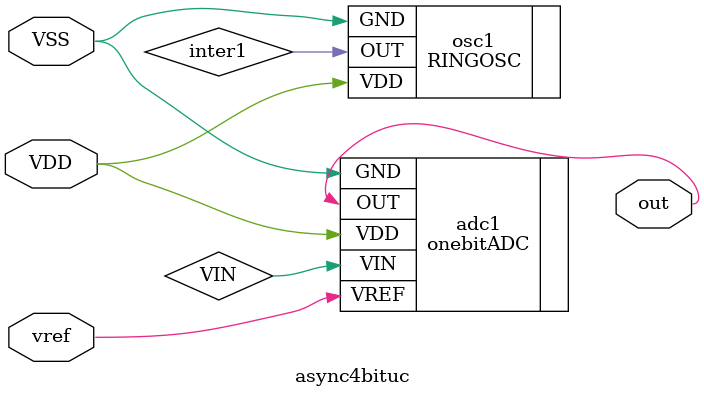
<source format=v>
module async4bituc (VDD,
    VSS,
    out,
    vref);
 input VDD;
 input VSS;
 output out;
 input vref;

 wire inter1;

 onebitADC adc1 (.VIN(VIN),
    .GND(VSS),
    .OUT(out),
    .VDD(VDD),
    .VREF(vref));
 RINGOSC osc1 (.VDD(VDD),
    .OUT(inter1),
    .GND(VSS));
 sky130_fd_sc_hd__decap_4 PHY_0 ();
 sky130_fd_sc_hd__decap_4 PHY_1 ();
 sky130_fd_sc_hd__decap_4 PHY_2 ();
 sky130_fd_sc_hd__decap_4 PHY_3 ();
 sky130_fd_sc_hd__decap_4 PHY_4 ();
 sky130_fd_sc_hd__decap_4 PHY_5 ();
 sky130_fd_sc_hd__decap_4 PHY_6 ();
 sky130_fd_sc_hd__decap_4 PHY_7 ();
 sky130_fd_sc_hd__decap_4 PHY_8 ();
 sky130_fd_sc_hd__decap_4 PHY_9 ();
 sky130_fd_sc_hd__decap_4 PHY_10 ();
 sky130_fd_sc_hd__decap_4 PHY_11 ();
 sky130_fd_sc_hd__decap_4 PHY_12 ();
 sky130_fd_sc_hd__decap_4 PHY_13 ();
 sky130_fd_sc_hd__decap_4 PHY_14 ();
 sky130_fd_sc_hd__decap_4 PHY_15 ();
 sky130_fd_sc_hd__decap_4 PHY_16 ();
 sky130_fd_sc_hd__decap_4 PHY_17 ();
 sky130_fd_sc_hd__decap_4 PHY_18 ();
 sky130_fd_sc_hd__decap_4 PHY_19 ();
 sky130_fd_sc_hd__decap_4 PHY_20 ();
 sky130_fd_sc_hd__decap_4 PHY_21 ();
 sky130_fd_sc_hd__decap_4 PHY_22 ();
 sky130_fd_sc_hd__decap_4 PHY_23 ();
 sky130_fd_sc_hd__decap_4 PHY_24 ();
 sky130_fd_sc_hd__decap_4 PHY_25 ();
 sky130_fd_sc_hd__decap_4 PHY_26 ();
 sky130_fd_sc_hd__decap_4 PHY_27 ();
 sky130_fd_sc_hd__decap_4 PHY_28 ();
 sky130_fd_sc_hd__decap_4 PHY_29 ();
 sky130_fd_sc_hd__decap_4 PHY_30 ();
 sky130_fd_sc_hd__decap_4 PHY_31 ();
 sky130_fd_sc_hd__decap_4 PHY_32 ();
 sky130_fd_sc_hd__decap_4 PHY_33 ();
 sky130_fd_sc_hd__decap_4 PHY_34 ();
 sky130_fd_sc_hd__decap_4 PHY_35 ();
 sky130_fd_sc_hd__decap_4 PHY_36 ();
 sky130_fd_sc_hd__decap_4 PHY_37 ();
 sky130_fd_sc_hd__decap_4 PHY_38 ();
 sky130_fd_sc_hd__decap_4 PHY_39 ();
 sky130_fd_sc_hd__decap_4 PHY_40 ();
 sky130_fd_sc_hd__decap_4 PHY_41 ();
 sky130_fd_sc_hd__decap_4 PHY_42 ();
 sky130_fd_sc_hd__decap_4 PHY_43 ();
 sky130_fd_sc_hd__decap_4 PHY_44 ();
 sky130_fd_sc_hd__decap_4 PHY_45 ();
 sky130_fd_sc_hd__decap_4 PHY_46 ();
 sky130_fd_sc_hd__decap_4 PHY_47 ();
 sky130_fd_sc_hd__decap_4 PHY_48 ();
 sky130_fd_sc_hd__decap_4 PHY_49 ();
 sky130_fd_sc_hd__decap_4 PHY_50 ();
 sky130_fd_sc_hd__decap_4 PHY_51 ();
 sky130_fd_sc_hd__decap_4 PHY_52 ();
 sky130_fd_sc_hd__decap_4 PHY_53 ();
 sky130_fd_sc_hd__decap_4 PHY_54 ();
 sky130_fd_sc_hd__decap_4 PHY_55 ();
 sky130_fd_sc_hd__decap_4 PHY_56 ();
 sky130_fd_sc_hd__decap_4 PHY_57 ();
 sky130_fd_sc_hd__decap_4 PHY_58 ();
 sky130_fd_sc_hd__decap_4 PHY_59 ();
 sky130_fd_sc_hd__decap_4 PHY_60 ();
 sky130_fd_sc_hd__decap_4 PHY_61 ();
 sky130_fd_sc_hd__decap_4 PHY_62 ();
 sky130_fd_sc_hd__decap_4 PHY_63 ();
 sky130_fd_sc_hd__decap_4 PHY_64 ();
 sky130_fd_sc_hd__decap_4 PHY_65 ();
 sky130_fd_sc_hd__decap_4 PHY_66 ();
 sky130_fd_sc_hd__decap_4 PHY_67 ();
 sky130_fd_sc_hd__decap_4 PHY_68 ();
 sky130_fd_sc_hd__decap_4 PHY_69 ();
 sky130_fd_sc_hd__decap_4 PHY_70 ();
 sky130_fd_sc_hd__decap_4 PHY_71 ();
 sky130_fd_sc_hd__decap_4 PHY_72 ();
 sky130_fd_sc_hd__decap_4 PHY_73 ();
 sky130_fd_sc_hd__decap_4 PHY_74 ();
 sky130_fd_sc_hd__decap_4 PHY_75 ();
 sky130_fd_sc_hd__decap_4 PHY_76 ();
 sky130_fd_sc_hd__decap_4 PHY_77 ();
 sky130_fd_sc_hd__decap_4 PHY_78 ();
 sky130_fd_sc_hd__decap_4 PHY_79 ();
 sky130_fd_sc_hd__decap_4 PHY_80 ();
 sky130_fd_sc_hd__decap_4 PHY_81 ();
 sky130_fd_sc_hd__decap_4 PHY_82 ();
 sky130_fd_sc_hd__decap_4 PHY_83 ();
 sky130_fd_sc_hd__decap_4 PHY_84 ();
 sky130_fd_sc_hd__decap_4 PHY_85 ();
 sky130_fd_sc_hd__decap_4 PHY_86 ();
 sky130_fd_sc_hd__decap_4 PHY_87 ();
 sky130_fd_sc_hd__decap_4 PHY_88 ();
 sky130_fd_sc_hd__decap_4 PHY_89 ();
 sky130_fd_sc_hd__decap_4 PHY_90 ();
 sky130_fd_sc_hd__decap_4 PHY_91 ();
 sky130_fd_sc_hd__decap_4 PHY_92 ();
 sky130_fd_sc_hd__decap_4 PHY_93 ();
 sky130_fd_sc_hd__decap_4 PHY_94 ();
 sky130_fd_sc_hd__decap_4 PHY_95 ();
 sky130_fd_sc_hd__decap_4 PHY_96 ();
 sky130_fd_sc_hd__decap_4 PHY_97 ();
 sky130_fd_sc_hd__decap_4 PHY_98 ();
 sky130_fd_sc_hd__decap_4 PHY_99 ();
 sky130_fd_sc_hd__decap_4 PHY_100 ();
 sky130_fd_sc_hd__decap_4 PHY_101 ();
 sky130_fd_sc_hd__tapvpwrvgnd_1 TAP_102 ();
 sky130_fd_sc_hd__tapvpwrvgnd_1 TAP_103 ();
 sky130_fd_sc_hd__tapvpwrvgnd_1 TAP_104 ();
 sky130_fd_sc_hd__tapvpwrvgnd_1 TAP_105 ();
 sky130_fd_sc_hd__tapvpwrvgnd_1 TAP_106 ();
 sky130_fd_sc_hd__tapvpwrvgnd_1 TAP_107 ();
 sky130_fd_sc_hd__tapvpwrvgnd_1 TAP_108 ();
 sky130_fd_sc_hd__tapvpwrvgnd_1 TAP_109 ();
 sky130_fd_sc_hd__tapvpwrvgnd_1 TAP_110 ();
 sky130_fd_sc_hd__tapvpwrvgnd_1 TAP_111 ();
 sky130_fd_sc_hd__tapvpwrvgnd_1 TAP_112 ();
 sky130_fd_sc_hd__tapvpwrvgnd_1 TAP_113 ();
 sky130_fd_sc_hd__tapvpwrvgnd_1 TAP_114 ();
 sky130_fd_sc_hd__tapvpwrvgnd_1 TAP_115 ();
 sky130_fd_sc_hd__tapvpwrvgnd_1 TAP_116 ();
 sky130_fd_sc_hd__tapvpwrvgnd_1 TAP_117 ();
 sky130_fd_sc_hd__tapvpwrvgnd_1 TAP_118 ();
 sky130_fd_sc_hd__tapvpwrvgnd_1 TAP_119 ();
 sky130_fd_sc_hd__tapvpwrvgnd_1 TAP_120 ();
 sky130_fd_sc_hd__tapvpwrvgnd_1 TAP_121 ();
 sky130_fd_sc_hd__tapvpwrvgnd_1 TAP_122 ();
 sky130_fd_sc_hd__tapvpwrvgnd_1 TAP_123 ();
 sky130_fd_sc_hd__tapvpwrvgnd_1 TAP_124 ();
 sky130_fd_sc_hd__tapvpwrvgnd_1 TAP_125 ();
 sky130_fd_sc_hd__tapvpwrvgnd_1 TAP_126 ();
 sky130_fd_sc_hd__tapvpwrvgnd_1 TAP_127 ();
 sky130_fd_sc_hd__tapvpwrvgnd_1 TAP_128 ();
 sky130_fd_sc_hd__tapvpwrvgnd_1 TAP_129 ();
 sky130_fd_sc_hd__tapvpwrvgnd_1 TAP_130 ();
 sky130_fd_sc_hd__tapvpwrvgnd_1 TAP_131 ();
 sky130_fd_sc_hd__tapvpwrvgnd_1 TAP_132 ();
 sky130_fd_sc_hd__tapvpwrvgnd_1 TAP_133 ();
 sky130_fd_sc_hd__tapvpwrvgnd_1 TAP_134 ();
 sky130_fd_sc_hd__tapvpwrvgnd_1 TAP_135 ();
 sky130_fd_sc_hd__tapvpwrvgnd_1 TAP_136 ();
 sky130_fd_sc_hd__tapvpwrvgnd_1 TAP_137 ();
 sky130_fd_sc_hd__tapvpwrvgnd_1 TAP_138 ();
 sky130_fd_sc_hd__tapvpwrvgnd_1 TAP_139 ();
 sky130_fd_sc_hd__tapvpwrvgnd_1 TAP_140 ();
 sky130_fd_sc_hd__tapvpwrvgnd_1 TAP_141 ();
 sky130_fd_sc_hd__tapvpwrvgnd_1 TAP_142 ();
 sky130_fd_sc_hd__tapvpwrvgnd_1 TAP_143 ();
 sky130_fd_sc_hd__tapvpwrvgnd_1 TAP_144 ();
 sky130_fd_sc_hd__tapvpwrvgnd_1 TAP_145 ();
 sky130_fd_sc_hd__tapvpwrvgnd_1 TAP_146 ();
 sky130_fd_sc_hd__tapvpwrvgnd_1 TAP_147 ();
 sky130_fd_sc_hd__tapvpwrvgnd_1 TAP_148 ();
 sky130_fd_sc_hd__tapvpwrvgnd_1 TAP_149 ();
 sky130_fd_sc_hd__tapvpwrvgnd_1 TAP_150 ();
 sky130_fd_sc_hd__tapvpwrvgnd_1 TAP_151 ();
 sky130_fd_sc_hd__tapvpwrvgnd_1 TAP_152 ();
 sky130_fd_sc_hd__tapvpwrvgnd_1 TAP_153 ();
 sky130_fd_sc_hd__tapvpwrvgnd_1 TAP_154 ();
 sky130_fd_sc_hd__tapvpwrvgnd_1 TAP_155 ();
 sky130_fd_sc_hd__tapvpwrvgnd_1 TAP_156 ();
 sky130_fd_sc_hd__tapvpwrvgnd_1 TAP_157 ();
 sky130_fd_sc_hd__tapvpwrvgnd_1 TAP_158 ();
 sky130_fd_sc_hd__tapvpwrvgnd_1 TAP_159 ();
 sky130_fd_sc_hd__tapvpwrvgnd_1 TAP_160 ();
 sky130_fd_sc_hd__tapvpwrvgnd_1 TAP_161 ();
 sky130_fd_sc_hd__tapvpwrvgnd_1 TAP_162 ();
 sky130_fd_sc_hd__tapvpwrvgnd_1 TAP_163 ();
 sky130_fd_sc_hd__tapvpwrvgnd_1 TAP_164 ();
 sky130_fd_sc_hd__fill_8 FILLER_0_4 ();
 sky130_fd_sc_hd__fill_8 FILLER_0_12 ();
 sky130_fd_sc_hd__fill_8 FILLER_0_20 ();
 sky130_fd_sc_hd__fill_2 FILLER_0_28 ();
 sky130_fd_sc_hd__fill_8 FILLER_0_31 ();
 sky130_fd_sc_hd__fill_8 FILLER_0_39 ();
 sky130_fd_sc_hd__fill_8 FILLER_0_47 ();
 sky130_fd_sc_hd__fill_4 FILLER_0_55 ();
 sky130_fd_sc_hd__fill_1 FILLER_0_59 ();
 sky130_fd_sc_hd__fill_8 FILLER_0_61 ();
 sky130_fd_sc_hd__fill_8 FILLER_0_69 ();
 sky130_fd_sc_hd__fill_8 FILLER_0_77 ();
 sky130_fd_sc_hd__fill_4 FILLER_0_85 ();
 sky130_fd_sc_hd__fill_1 FILLER_0_89 ();
 sky130_fd_sc_hd__fill_8 FILLER_0_91 ();
 sky130_fd_sc_hd__fill_8 FILLER_0_99 ();
 sky130_fd_sc_hd__fill_8 FILLER_0_107 ();
 sky130_fd_sc_hd__fill_4 FILLER_0_115 ();
 sky130_fd_sc_hd__fill_1 FILLER_0_119 ();
 sky130_fd_sc_hd__fill_8 FILLER_0_121 ();
 sky130_fd_sc_hd__fill_8 FILLER_0_129 ();
 sky130_fd_sc_hd__fill_8 FILLER_0_137 ();
 sky130_fd_sc_hd__fill_4 FILLER_0_145 ();
 sky130_fd_sc_hd__fill_1 FILLER_0_149 ();
 sky130_fd_sc_hd__fill_8 FILLER_0_151 ();
 sky130_fd_sc_hd__fill_8 FILLER_0_159 ();
 sky130_fd_sc_hd__fill_2 FILLER_0_167 ();
 sky130_fd_sc_hd__fill_8 FILLER_1_4 ();
 sky130_fd_sc_hd__fill_8 FILLER_1_12 ();
 sky130_fd_sc_hd__fill_8 FILLER_1_20 ();
 sky130_fd_sc_hd__fill_8 FILLER_1_28 ();
 sky130_fd_sc_hd__fill_8 FILLER_1_36 ();
 sky130_fd_sc_hd__fill_8 FILLER_1_44 ();
 sky130_fd_sc_hd__fill_8 FILLER_1_52 ();
 sky130_fd_sc_hd__fill_8 FILLER_1_61 ();
 sky130_fd_sc_hd__fill_8 FILLER_1_69 ();
 sky130_fd_sc_hd__fill_8 FILLER_1_77 ();
 sky130_fd_sc_hd__fill_8 FILLER_1_85 ();
 sky130_fd_sc_hd__fill_8 FILLER_1_93 ();
 sky130_fd_sc_hd__fill_8 FILLER_1_101 ();
 sky130_fd_sc_hd__fill_8 FILLER_1_109 ();
 sky130_fd_sc_hd__fill_2 FILLER_1_117 ();
 sky130_fd_sc_hd__fill_1 FILLER_1_119 ();
 sky130_fd_sc_hd__fill_8 FILLER_1_121 ();
 sky130_fd_sc_hd__fill_8 FILLER_1_129 ();
 sky130_fd_sc_hd__fill_8 FILLER_1_137 ();
 sky130_fd_sc_hd__fill_8 FILLER_1_145 ();
 sky130_fd_sc_hd__fill_8 FILLER_1_153 ();
 sky130_fd_sc_hd__fill_8 FILLER_1_161 ();
 sky130_fd_sc_hd__fill_8 FILLER_2_4 ();
 sky130_fd_sc_hd__fill_8 FILLER_2_12 ();
 sky130_fd_sc_hd__fill_8 FILLER_2_20 ();
 sky130_fd_sc_hd__fill_2 FILLER_2_28 ();
 sky130_fd_sc_hd__fill_8 FILLER_2_31 ();
 sky130_fd_sc_hd__fill_8 FILLER_2_39 ();
 sky130_fd_sc_hd__fill_8 FILLER_2_47 ();
 sky130_fd_sc_hd__fill_8 FILLER_2_55 ();
 sky130_fd_sc_hd__fill_8 FILLER_2_63 ();
 sky130_fd_sc_hd__fill_8 FILLER_2_71 ();
 sky130_fd_sc_hd__fill_8 FILLER_2_79 ();
 sky130_fd_sc_hd__fill_2 FILLER_2_87 ();
 sky130_fd_sc_hd__fill_1 FILLER_2_89 ();
 sky130_fd_sc_hd__fill_8 FILLER_2_91 ();
 sky130_fd_sc_hd__fill_8 FILLER_2_99 ();
 sky130_fd_sc_hd__fill_8 FILLER_2_107 ();
 sky130_fd_sc_hd__fill_8 FILLER_2_115 ();
 sky130_fd_sc_hd__fill_8 FILLER_2_123 ();
 sky130_fd_sc_hd__fill_8 FILLER_2_131 ();
 sky130_fd_sc_hd__fill_8 FILLER_2_139 ();
 sky130_fd_sc_hd__fill_2 FILLER_2_147 ();
 sky130_fd_sc_hd__fill_1 FILLER_2_149 ();
 sky130_fd_sc_hd__fill_8 FILLER_2_151 ();
 sky130_fd_sc_hd__fill_8 FILLER_2_159 ();
 sky130_fd_sc_hd__fill_2 FILLER_2_167 ();
 sky130_fd_sc_hd__fill_8 FILLER_3_4 ();
 sky130_fd_sc_hd__fill_8 FILLER_3_12 ();
 sky130_fd_sc_hd__fill_8 FILLER_3_20 ();
 sky130_fd_sc_hd__fill_2 FILLER_3_28 ();
 sky130_fd_sc_hd__fill_8 FILLER_3_31 ();
 sky130_fd_sc_hd__fill_8 FILLER_3_39 ();
 sky130_fd_sc_hd__fill_8 FILLER_3_47 ();
 sky130_fd_sc_hd__fill_4 FILLER_3_55 ();
 sky130_fd_sc_hd__fill_1 FILLER_3_59 ();
 sky130_fd_sc_hd__fill_8 FILLER_3_61 ();
 sky130_fd_sc_hd__fill_8 FILLER_3_69 ();
 sky130_fd_sc_hd__fill_8 FILLER_3_77 ();
 sky130_fd_sc_hd__fill_4 FILLER_3_85 ();
 sky130_fd_sc_hd__fill_1 FILLER_3_89 ();
 sky130_fd_sc_hd__fill_8 FILLER_3_91 ();
 sky130_fd_sc_hd__fill_8 FILLER_3_99 ();
 sky130_fd_sc_hd__fill_8 FILLER_3_107 ();
 sky130_fd_sc_hd__fill_4 FILLER_3_115 ();
 sky130_fd_sc_hd__fill_1 FILLER_3_119 ();
 sky130_fd_sc_hd__fill_8 FILLER_3_121 ();
 sky130_fd_sc_hd__fill_8 FILLER_3_129 ();
 sky130_fd_sc_hd__fill_8 FILLER_3_137 ();
 sky130_fd_sc_hd__fill_4 FILLER_3_145 ();
 sky130_fd_sc_hd__fill_1 FILLER_3_149 ();
 sky130_fd_sc_hd__fill_8 FILLER_3_151 ();
 sky130_fd_sc_hd__fill_8 FILLER_3_159 ();
 sky130_fd_sc_hd__fill_2 FILLER_3_167 ();
 sky130_fd_sc_hd__fill_8 FILLER_4_4 ();
 sky130_fd_sc_hd__fill_8 FILLER_4_12 ();
 sky130_fd_sc_hd__fill_8 FILLER_4_20 ();
 sky130_fd_sc_hd__fill_2 FILLER_4_28 ();
 sky130_fd_sc_hd__fill_2 FILLER_4_31 ();
 sky130_fd_sc_hd__fill_1 FILLER_4_33 ();
 sky130_fd_sc_hd__fill_8 FILLER_4_97 ();
 sky130_fd_sc_hd__fill_8 FILLER_4_105 ();
 sky130_fd_sc_hd__fill_8 FILLER_4_113 ();
 sky130_fd_sc_hd__fill_2 FILLER_4_121 ();
 sky130_fd_sc_hd__fill_8 FILLER_4_124 ();
 sky130_fd_sc_hd__fill_8 FILLER_4_132 ();
 sky130_fd_sc_hd__fill_8 FILLER_4_140 ();
 sky130_fd_sc_hd__fill_8 FILLER_4_148 ();
 sky130_fd_sc_hd__fill_8 FILLER_4_156 ();
 sky130_fd_sc_hd__fill_4 FILLER_4_164 ();
 sky130_fd_sc_hd__fill_1 FILLER_4_168 ();
 sky130_fd_sc_hd__fill_8 FILLER_5_4 ();
 sky130_fd_sc_hd__fill_8 FILLER_5_12 ();
 sky130_fd_sc_hd__fill_8 FILLER_5_20 ();
 sky130_fd_sc_hd__fill_4 FILLER_5_28 ();
 sky130_fd_sc_hd__fill_2 FILLER_5_32 ();
 sky130_fd_sc_hd__fill_8 FILLER_5_97 ();
 sky130_fd_sc_hd__fill_8 FILLER_5_105 ();
 sky130_fd_sc_hd__fill_8 FILLER_5_113 ();
 sky130_fd_sc_hd__fill_8 FILLER_5_121 ();
 sky130_fd_sc_hd__fill_8 FILLER_5_129 ();
 sky130_fd_sc_hd__fill_8 FILLER_5_137 ();
 sky130_fd_sc_hd__fill_8 FILLER_5_145 ();
 sky130_fd_sc_hd__fill_8 FILLER_5_154 ();
 sky130_fd_sc_hd__fill_4 FILLER_5_162 ();
 sky130_fd_sc_hd__fill_2 FILLER_5_166 ();
 sky130_fd_sc_hd__fill_1 FILLER_5_168 ();
 sky130_fd_sc_hd__fill_8 FILLER_6_4 ();
 sky130_fd_sc_hd__fill_8 FILLER_6_12 ();
 sky130_fd_sc_hd__fill_8 FILLER_6_20 ();
 sky130_fd_sc_hd__fill_2 FILLER_6_28 ();
 sky130_fd_sc_hd__fill_2 FILLER_6_31 ();
 sky130_fd_sc_hd__fill_1 FILLER_6_33 ();
 sky130_fd_sc_hd__fill_8 FILLER_6_97 ();
 sky130_fd_sc_hd__fill_8 FILLER_6_105 ();
 sky130_fd_sc_hd__fill_8 FILLER_6_113 ();
 sky130_fd_sc_hd__fill_2 FILLER_6_121 ();
 sky130_fd_sc_hd__fill_8 FILLER_6_124 ();
 sky130_fd_sc_hd__fill_8 FILLER_6_132 ();
 sky130_fd_sc_hd__fill_8 FILLER_6_140 ();
 sky130_fd_sc_hd__fill_8 FILLER_6_148 ();
 sky130_fd_sc_hd__fill_8 FILLER_6_156 ();
 sky130_fd_sc_hd__fill_4 FILLER_6_164 ();
 sky130_fd_sc_hd__fill_1 FILLER_6_168 ();
 sky130_fd_sc_hd__fill_8 FILLER_7_4 ();
 sky130_fd_sc_hd__fill_8 FILLER_7_12 ();
 sky130_fd_sc_hd__fill_8 FILLER_7_20 ();
 sky130_fd_sc_hd__fill_4 FILLER_7_28 ();
 sky130_fd_sc_hd__fill_2 FILLER_7_32 ();
 sky130_fd_sc_hd__fill_8 FILLER_7_97 ();
 sky130_fd_sc_hd__fill_8 FILLER_7_105 ();
 sky130_fd_sc_hd__fill_8 FILLER_7_113 ();
 sky130_fd_sc_hd__fill_8 FILLER_7_121 ();
 sky130_fd_sc_hd__fill_8 FILLER_7_129 ();
 sky130_fd_sc_hd__fill_8 FILLER_7_137 ();
 sky130_fd_sc_hd__fill_8 FILLER_7_145 ();
 sky130_fd_sc_hd__fill_8 FILLER_7_154 ();
 sky130_fd_sc_hd__fill_4 FILLER_7_162 ();
 sky130_fd_sc_hd__fill_2 FILLER_7_166 ();
 sky130_fd_sc_hd__fill_1 FILLER_7_168 ();
 sky130_fd_sc_hd__fill_8 FILLER_8_4 ();
 sky130_fd_sc_hd__fill_8 FILLER_8_12 ();
 sky130_fd_sc_hd__fill_8 FILLER_8_20 ();
 sky130_fd_sc_hd__fill_2 FILLER_8_28 ();
 sky130_fd_sc_hd__fill_2 FILLER_8_31 ();
 sky130_fd_sc_hd__fill_1 FILLER_8_33 ();
 sky130_fd_sc_hd__fill_8 FILLER_8_97 ();
 sky130_fd_sc_hd__fill_8 FILLER_8_105 ();
 sky130_fd_sc_hd__fill_8 FILLER_8_113 ();
 sky130_fd_sc_hd__fill_2 FILLER_8_121 ();
 sky130_fd_sc_hd__fill_8 FILLER_8_124 ();
 sky130_fd_sc_hd__fill_8 FILLER_8_132 ();
 sky130_fd_sc_hd__fill_8 FILLER_8_140 ();
 sky130_fd_sc_hd__fill_8 FILLER_8_148 ();
 sky130_fd_sc_hd__fill_8 FILLER_8_156 ();
 sky130_fd_sc_hd__fill_4 FILLER_8_164 ();
 sky130_fd_sc_hd__fill_1 FILLER_8_168 ();
 sky130_fd_sc_hd__fill_8 FILLER_9_4 ();
 sky130_fd_sc_hd__fill_8 FILLER_9_12 ();
 sky130_fd_sc_hd__fill_8 FILLER_9_20 ();
 sky130_fd_sc_hd__fill_4 FILLER_9_28 ();
 sky130_fd_sc_hd__fill_2 FILLER_9_32 ();
 sky130_fd_sc_hd__fill_8 FILLER_9_97 ();
 sky130_fd_sc_hd__fill_8 FILLER_9_105 ();
 sky130_fd_sc_hd__fill_8 FILLER_9_113 ();
 sky130_fd_sc_hd__fill_8 FILLER_9_121 ();
 sky130_fd_sc_hd__fill_8 FILLER_9_129 ();
 sky130_fd_sc_hd__fill_8 FILLER_9_137 ();
 sky130_fd_sc_hd__fill_8 FILLER_9_145 ();
 sky130_fd_sc_hd__fill_8 FILLER_9_154 ();
 sky130_fd_sc_hd__fill_4 FILLER_9_162 ();
 sky130_fd_sc_hd__fill_2 FILLER_9_166 ();
 sky130_fd_sc_hd__fill_1 FILLER_9_168 ();
 sky130_fd_sc_hd__fill_8 FILLER_10_4 ();
 sky130_fd_sc_hd__fill_8 FILLER_10_12 ();
 sky130_fd_sc_hd__fill_8 FILLER_10_20 ();
 sky130_fd_sc_hd__fill_2 FILLER_10_28 ();
 sky130_fd_sc_hd__fill_2 FILLER_10_31 ();
 sky130_fd_sc_hd__fill_1 FILLER_10_33 ();
 sky130_fd_sc_hd__fill_8 FILLER_10_97 ();
 sky130_fd_sc_hd__fill_8 FILLER_10_105 ();
 sky130_fd_sc_hd__fill_8 FILLER_10_113 ();
 sky130_fd_sc_hd__fill_2 FILLER_10_121 ();
 sky130_fd_sc_hd__fill_8 FILLER_10_124 ();
 sky130_fd_sc_hd__fill_8 FILLER_10_132 ();
 sky130_fd_sc_hd__fill_8 FILLER_10_140 ();
 sky130_fd_sc_hd__fill_4 FILLER_10_148 ();
 sky130_fd_sc_hd__fill_1 FILLER_10_152 ();
 sky130_fd_sc_hd__fill_8 FILLER_10_154 ();
 sky130_fd_sc_hd__fill_4 FILLER_10_162 ();
 sky130_fd_sc_hd__fill_2 FILLER_10_166 ();
 sky130_fd_sc_hd__fill_1 FILLER_10_168 ();
 sky130_fd_sc_hd__fill_8 FILLER_11_4 ();
 sky130_fd_sc_hd__fill_8 FILLER_11_12 ();
 sky130_fd_sc_hd__fill_8 FILLER_11_20 ();
 sky130_fd_sc_hd__fill_4 FILLER_11_28 ();
 sky130_fd_sc_hd__fill_2 FILLER_11_32 ();
 sky130_fd_sc_hd__fill_8 FILLER_11_97 ();
 sky130_fd_sc_hd__fill_4 FILLER_11_105 ();
 sky130_fd_sc_hd__fill_1 FILLER_11_109 ();
 sky130_fd_sc_hd__fill_8 FILLER_11_147 ();
 sky130_fd_sc_hd__fill_8 FILLER_11_155 ();
 sky130_fd_sc_hd__fill_4 FILLER_11_163 ();
 sky130_fd_sc_hd__fill_2 FILLER_11_167 ();
 sky130_fd_sc_hd__fill_8 FILLER_12_4 ();
 sky130_fd_sc_hd__fill_8 FILLER_12_12 ();
 sky130_fd_sc_hd__fill_8 FILLER_12_20 ();
 sky130_fd_sc_hd__fill_2 FILLER_12_28 ();
 sky130_fd_sc_hd__fill_8 FILLER_12_31 ();
 sky130_fd_sc_hd__fill_8 FILLER_12_39 ();
 sky130_fd_sc_hd__fill_8 FILLER_12_47 ();
 sky130_fd_sc_hd__fill_4 FILLER_12_55 ();
 sky130_fd_sc_hd__fill_1 FILLER_12_59 ();
 sky130_fd_sc_hd__fill_8 FILLER_12_61 ();
 sky130_fd_sc_hd__fill_8 FILLER_12_69 ();
 sky130_fd_sc_hd__fill_8 FILLER_12_77 ();
 sky130_fd_sc_hd__fill_4 FILLER_12_85 ();
 sky130_fd_sc_hd__fill_1 FILLER_12_89 ();
 sky130_fd_sc_hd__fill_8 FILLER_12_91 ();
 sky130_fd_sc_hd__fill_8 FILLER_12_99 ();
 sky130_fd_sc_hd__fill_2 FILLER_12_107 ();
 sky130_fd_sc_hd__fill_1 FILLER_12_109 ();
 sky130_fd_sc_hd__fill_8 FILLER_12_147 ();
 sky130_fd_sc_hd__fill_8 FILLER_12_155 ();
 sky130_fd_sc_hd__fill_4 FILLER_12_163 ();
 sky130_fd_sc_hd__fill_2 FILLER_12_167 ();
 sky130_fd_sc_hd__fill_8 FILLER_13_4 ();
 sky130_fd_sc_hd__fill_8 FILLER_13_12 ();
 sky130_fd_sc_hd__fill_8 FILLER_13_20 ();
 sky130_fd_sc_hd__fill_8 FILLER_13_28 ();
 sky130_fd_sc_hd__fill_8 FILLER_13_36 ();
 sky130_fd_sc_hd__fill_8 FILLER_13_44 ();
 sky130_fd_sc_hd__fill_8 FILLER_13_52 ();
 sky130_fd_sc_hd__fill_8 FILLER_13_61 ();
 sky130_fd_sc_hd__fill_8 FILLER_13_69 ();
 sky130_fd_sc_hd__fill_8 FILLER_13_77 ();
 sky130_fd_sc_hd__fill_8 FILLER_13_85 ();
 sky130_fd_sc_hd__fill_8 FILLER_13_93 ();
 sky130_fd_sc_hd__fill_8 FILLER_13_101 ();
 sky130_fd_sc_hd__fill_1 FILLER_13_109 ();
 sky130_fd_sc_hd__fill_8 FILLER_13_147 ();
 sky130_fd_sc_hd__fill_8 FILLER_13_155 ();
 sky130_fd_sc_hd__fill_4 FILLER_13_163 ();
 sky130_fd_sc_hd__fill_2 FILLER_13_167 ();
 sky130_fd_sc_hd__fill_8 FILLER_14_4 ();
 sky130_fd_sc_hd__fill_8 FILLER_14_12 ();
 sky130_fd_sc_hd__fill_8 FILLER_14_20 ();
 sky130_fd_sc_hd__fill_2 FILLER_14_28 ();
 sky130_fd_sc_hd__fill_8 FILLER_14_31 ();
 sky130_fd_sc_hd__fill_8 FILLER_14_39 ();
 sky130_fd_sc_hd__fill_8 FILLER_14_47 ();
 sky130_fd_sc_hd__fill_8 FILLER_14_55 ();
 sky130_fd_sc_hd__fill_8 FILLER_14_63 ();
 sky130_fd_sc_hd__fill_8 FILLER_14_71 ();
 sky130_fd_sc_hd__fill_8 FILLER_14_79 ();
 sky130_fd_sc_hd__fill_2 FILLER_14_87 ();
 sky130_fd_sc_hd__fill_1 FILLER_14_89 ();
 sky130_fd_sc_hd__fill_8 FILLER_14_91 ();
 sky130_fd_sc_hd__fill_8 FILLER_14_99 ();
 sky130_fd_sc_hd__fill_2 FILLER_14_107 ();
 sky130_fd_sc_hd__fill_1 FILLER_14_109 ();
 sky130_fd_sc_hd__fill_8 FILLER_14_147 ();
 sky130_fd_sc_hd__fill_8 FILLER_14_155 ();
 sky130_fd_sc_hd__fill_4 FILLER_14_163 ();
 sky130_fd_sc_hd__fill_2 FILLER_14_167 ();
 sky130_fd_sc_hd__fill_8 FILLER_15_4 ();
 sky130_fd_sc_hd__fill_8 FILLER_15_12 ();
 sky130_fd_sc_hd__fill_8 FILLER_15_20 ();
 sky130_fd_sc_hd__fill_8 FILLER_15_28 ();
 sky130_fd_sc_hd__fill_8 FILLER_15_36 ();
 sky130_fd_sc_hd__fill_8 FILLER_15_44 ();
 sky130_fd_sc_hd__fill_8 FILLER_15_52 ();
 sky130_fd_sc_hd__fill_8 FILLER_15_61 ();
 sky130_fd_sc_hd__fill_8 FILLER_15_69 ();
 sky130_fd_sc_hd__fill_8 FILLER_15_77 ();
 sky130_fd_sc_hd__fill_8 FILLER_15_85 ();
 sky130_fd_sc_hd__fill_8 FILLER_15_93 ();
 sky130_fd_sc_hd__fill_8 FILLER_15_101 ();
 sky130_fd_sc_hd__fill_1 FILLER_15_109 ();
 sky130_fd_sc_hd__fill_8 FILLER_15_147 ();
 sky130_fd_sc_hd__fill_8 FILLER_15_155 ();
 sky130_fd_sc_hd__fill_4 FILLER_15_163 ();
 sky130_fd_sc_hd__fill_2 FILLER_15_167 ();
 sky130_fd_sc_hd__fill_8 FILLER_16_4 ();
 sky130_fd_sc_hd__fill_8 FILLER_16_12 ();
 sky130_fd_sc_hd__fill_8 FILLER_16_20 ();
 sky130_fd_sc_hd__fill_2 FILLER_16_28 ();
 sky130_fd_sc_hd__fill_8 FILLER_16_31 ();
 sky130_fd_sc_hd__fill_8 FILLER_16_39 ();
 sky130_fd_sc_hd__fill_8 FILLER_16_47 ();
 sky130_fd_sc_hd__fill_8 FILLER_16_55 ();
 sky130_fd_sc_hd__fill_8 FILLER_16_63 ();
 sky130_fd_sc_hd__fill_8 FILLER_16_71 ();
 sky130_fd_sc_hd__fill_8 FILLER_16_79 ();
 sky130_fd_sc_hd__fill_2 FILLER_16_87 ();
 sky130_fd_sc_hd__fill_1 FILLER_16_89 ();
 sky130_fd_sc_hd__fill_8 FILLER_16_91 ();
 sky130_fd_sc_hd__fill_8 FILLER_16_99 ();
 sky130_fd_sc_hd__fill_2 FILLER_16_107 ();
 sky130_fd_sc_hd__fill_1 FILLER_16_109 ();
 sky130_fd_sc_hd__fill_8 FILLER_16_147 ();
 sky130_fd_sc_hd__fill_8 FILLER_16_155 ();
 sky130_fd_sc_hd__fill_4 FILLER_16_163 ();
 sky130_fd_sc_hd__fill_2 FILLER_16_167 ();
 sky130_fd_sc_hd__fill_8 FILLER_17_4 ();
 sky130_fd_sc_hd__fill_8 FILLER_17_12 ();
 sky130_fd_sc_hd__fill_8 FILLER_17_20 ();
 sky130_fd_sc_hd__fill_8 FILLER_17_28 ();
 sky130_fd_sc_hd__fill_8 FILLER_17_36 ();
 sky130_fd_sc_hd__fill_8 FILLER_17_44 ();
 sky130_fd_sc_hd__fill_8 FILLER_17_52 ();
 sky130_fd_sc_hd__fill_8 FILLER_17_61 ();
 sky130_fd_sc_hd__fill_8 FILLER_17_69 ();
 sky130_fd_sc_hd__fill_8 FILLER_17_77 ();
 sky130_fd_sc_hd__fill_8 FILLER_17_85 ();
 sky130_fd_sc_hd__fill_8 FILLER_17_93 ();
 sky130_fd_sc_hd__fill_8 FILLER_17_101 ();
 sky130_fd_sc_hd__fill_1 FILLER_17_109 ();
 sky130_fd_sc_hd__fill_8 FILLER_17_147 ();
 sky130_fd_sc_hd__fill_8 FILLER_17_155 ();
 sky130_fd_sc_hd__fill_4 FILLER_17_163 ();
 sky130_fd_sc_hd__fill_2 FILLER_17_167 ();
 sky130_fd_sc_hd__fill_8 FILLER_18_4 ();
 sky130_fd_sc_hd__fill_8 FILLER_18_12 ();
 sky130_fd_sc_hd__fill_8 FILLER_18_20 ();
 sky130_fd_sc_hd__fill_2 FILLER_18_28 ();
 sky130_fd_sc_hd__fill_8 FILLER_18_31 ();
 sky130_fd_sc_hd__fill_8 FILLER_18_39 ();
 sky130_fd_sc_hd__fill_8 FILLER_18_47 ();
 sky130_fd_sc_hd__fill_8 FILLER_18_55 ();
 sky130_fd_sc_hd__fill_8 FILLER_18_63 ();
 sky130_fd_sc_hd__fill_8 FILLER_18_71 ();
 sky130_fd_sc_hd__fill_8 FILLER_18_79 ();
 sky130_fd_sc_hd__fill_2 FILLER_18_87 ();
 sky130_fd_sc_hd__fill_1 FILLER_18_89 ();
 sky130_fd_sc_hd__fill_8 FILLER_18_91 ();
 sky130_fd_sc_hd__fill_8 FILLER_18_99 ();
 sky130_fd_sc_hd__fill_2 FILLER_18_107 ();
 sky130_fd_sc_hd__fill_1 FILLER_18_109 ();
 sky130_fd_sc_hd__fill_8 FILLER_18_147 ();
 sky130_fd_sc_hd__fill_8 FILLER_18_155 ();
 sky130_fd_sc_hd__fill_4 FILLER_18_163 ();
 sky130_fd_sc_hd__fill_2 FILLER_18_167 ();
 sky130_fd_sc_hd__fill_8 FILLER_19_4 ();
 sky130_fd_sc_hd__fill_8 FILLER_19_12 ();
 sky130_fd_sc_hd__fill_8 FILLER_19_20 ();
 sky130_fd_sc_hd__fill_8 FILLER_19_28 ();
 sky130_fd_sc_hd__fill_8 FILLER_19_36 ();
 sky130_fd_sc_hd__fill_8 FILLER_19_44 ();
 sky130_fd_sc_hd__fill_8 FILLER_19_52 ();
 sky130_fd_sc_hd__fill_8 FILLER_19_61 ();
 sky130_fd_sc_hd__fill_8 FILLER_19_69 ();
 sky130_fd_sc_hd__fill_8 FILLER_19_77 ();
 sky130_fd_sc_hd__fill_8 FILLER_19_85 ();
 sky130_fd_sc_hd__fill_8 FILLER_19_93 ();
 sky130_fd_sc_hd__fill_8 FILLER_19_101 ();
 sky130_fd_sc_hd__fill_1 FILLER_19_109 ();
 sky130_fd_sc_hd__fill_8 FILLER_19_147 ();
 sky130_fd_sc_hd__fill_8 FILLER_19_155 ();
 sky130_fd_sc_hd__fill_4 FILLER_19_163 ();
 sky130_fd_sc_hd__fill_2 FILLER_19_167 ();
 sky130_fd_sc_hd__fill_8 FILLER_20_4 ();
 sky130_fd_sc_hd__fill_8 FILLER_20_12 ();
 sky130_fd_sc_hd__fill_8 FILLER_20_20 ();
 sky130_fd_sc_hd__fill_2 FILLER_20_28 ();
 sky130_fd_sc_hd__fill_8 FILLER_20_31 ();
 sky130_fd_sc_hd__fill_8 FILLER_20_39 ();
 sky130_fd_sc_hd__fill_8 FILLER_20_47 ();
 sky130_fd_sc_hd__fill_8 FILLER_20_55 ();
 sky130_fd_sc_hd__fill_8 FILLER_20_63 ();
 sky130_fd_sc_hd__fill_8 FILLER_20_71 ();
 sky130_fd_sc_hd__fill_8 FILLER_20_79 ();
 sky130_fd_sc_hd__fill_2 FILLER_20_87 ();
 sky130_fd_sc_hd__fill_1 FILLER_20_89 ();
 sky130_fd_sc_hd__fill_8 FILLER_20_91 ();
 sky130_fd_sc_hd__fill_8 FILLER_20_99 ();
 sky130_fd_sc_hd__fill_2 FILLER_20_107 ();
 sky130_fd_sc_hd__fill_1 FILLER_20_109 ();
 sky130_fd_sc_hd__fill_8 FILLER_20_147 ();
 sky130_fd_sc_hd__fill_8 FILLER_20_155 ();
 sky130_fd_sc_hd__fill_4 FILLER_20_163 ();
 sky130_fd_sc_hd__fill_2 FILLER_20_167 ();
 sky130_fd_sc_hd__fill_8 FILLER_21_4 ();
 sky130_fd_sc_hd__fill_8 FILLER_21_12 ();
 sky130_fd_sc_hd__fill_8 FILLER_21_20 ();
 sky130_fd_sc_hd__fill_8 FILLER_21_28 ();
 sky130_fd_sc_hd__fill_8 FILLER_21_36 ();
 sky130_fd_sc_hd__fill_8 FILLER_21_44 ();
 sky130_fd_sc_hd__fill_8 FILLER_21_52 ();
 sky130_fd_sc_hd__fill_8 FILLER_21_61 ();
 sky130_fd_sc_hd__fill_8 FILLER_21_69 ();
 sky130_fd_sc_hd__fill_8 FILLER_21_77 ();
 sky130_fd_sc_hd__fill_8 FILLER_21_85 ();
 sky130_fd_sc_hd__fill_8 FILLER_21_93 ();
 sky130_fd_sc_hd__fill_8 FILLER_21_101 ();
 sky130_fd_sc_hd__fill_1 FILLER_21_109 ();
 sky130_fd_sc_hd__fill_8 FILLER_21_147 ();
 sky130_fd_sc_hd__fill_8 FILLER_21_155 ();
 sky130_fd_sc_hd__fill_4 FILLER_21_163 ();
 sky130_fd_sc_hd__fill_2 FILLER_21_167 ();
 sky130_fd_sc_hd__fill_8 FILLER_22_4 ();
 sky130_fd_sc_hd__fill_8 FILLER_22_12 ();
 sky130_fd_sc_hd__fill_8 FILLER_22_20 ();
 sky130_fd_sc_hd__fill_2 FILLER_22_28 ();
 sky130_fd_sc_hd__fill_8 FILLER_22_31 ();
 sky130_fd_sc_hd__fill_8 FILLER_22_39 ();
 sky130_fd_sc_hd__fill_8 FILLER_22_47 ();
 sky130_fd_sc_hd__fill_8 FILLER_22_55 ();
 sky130_fd_sc_hd__fill_8 FILLER_22_63 ();
 sky130_fd_sc_hd__fill_8 FILLER_22_71 ();
 sky130_fd_sc_hd__fill_8 FILLER_22_79 ();
 sky130_fd_sc_hd__fill_2 FILLER_22_87 ();
 sky130_fd_sc_hd__fill_1 FILLER_22_89 ();
 sky130_fd_sc_hd__fill_8 FILLER_22_91 ();
 sky130_fd_sc_hd__fill_8 FILLER_22_99 ();
 sky130_fd_sc_hd__fill_2 FILLER_22_107 ();
 sky130_fd_sc_hd__fill_1 FILLER_22_109 ();
 sky130_fd_sc_hd__fill_8 FILLER_22_147 ();
 sky130_fd_sc_hd__fill_8 FILLER_22_155 ();
 sky130_fd_sc_hd__fill_4 FILLER_22_163 ();
 sky130_fd_sc_hd__fill_2 FILLER_22_167 ();
 sky130_fd_sc_hd__fill_8 FILLER_23_4 ();
 sky130_fd_sc_hd__fill_8 FILLER_23_12 ();
 sky130_fd_sc_hd__fill_8 FILLER_23_20 ();
 sky130_fd_sc_hd__fill_8 FILLER_23_28 ();
 sky130_fd_sc_hd__fill_8 FILLER_23_36 ();
 sky130_fd_sc_hd__fill_8 FILLER_23_44 ();
 sky130_fd_sc_hd__fill_8 FILLER_23_52 ();
 sky130_fd_sc_hd__fill_8 FILLER_23_61 ();
 sky130_fd_sc_hd__fill_8 FILLER_23_69 ();
 sky130_fd_sc_hd__fill_8 FILLER_23_77 ();
 sky130_fd_sc_hd__fill_8 FILLER_23_85 ();
 sky130_fd_sc_hd__fill_8 FILLER_23_93 ();
 sky130_fd_sc_hd__fill_8 FILLER_23_101 ();
 sky130_fd_sc_hd__fill_1 FILLER_23_109 ();
 sky130_fd_sc_hd__fill_8 FILLER_23_147 ();
 sky130_fd_sc_hd__fill_8 FILLER_23_155 ();
 sky130_fd_sc_hd__fill_4 FILLER_23_163 ();
 sky130_fd_sc_hd__fill_2 FILLER_23_167 ();
 sky130_fd_sc_hd__fill_8 FILLER_24_4 ();
 sky130_fd_sc_hd__fill_8 FILLER_24_12 ();
 sky130_fd_sc_hd__fill_8 FILLER_24_20 ();
 sky130_fd_sc_hd__fill_2 FILLER_24_28 ();
 sky130_fd_sc_hd__fill_8 FILLER_24_31 ();
 sky130_fd_sc_hd__fill_8 FILLER_24_39 ();
 sky130_fd_sc_hd__fill_8 FILLER_24_47 ();
 sky130_fd_sc_hd__fill_8 FILLER_24_55 ();
 sky130_fd_sc_hd__fill_8 FILLER_24_63 ();
 sky130_fd_sc_hd__fill_8 FILLER_24_71 ();
 sky130_fd_sc_hd__fill_8 FILLER_24_79 ();
 sky130_fd_sc_hd__fill_2 FILLER_24_87 ();
 sky130_fd_sc_hd__fill_1 FILLER_24_89 ();
 sky130_fd_sc_hd__fill_8 FILLER_24_91 ();
 sky130_fd_sc_hd__fill_8 FILLER_24_99 ();
 sky130_fd_sc_hd__fill_2 FILLER_24_107 ();
 sky130_fd_sc_hd__fill_1 FILLER_24_109 ();
 sky130_fd_sc_hd__fill_8 FILLER_24_147 ();
 sky130_fd_sc_hd__fill_8 FILLER_24_155 ();
 sky130_fd_sc_hd__fill_4 FILLER_24_163 ();
 sky130_fd_sc_hd__fill_2 FILLER_24_167 ();
 sky130_fd_sc_hd__fill_8 FILLER_25_4 ();
 sky130_fd_sc_hd__fill_8 FILLER_25_12 ();
 sky130_fd_sc_hd__fill_8 FILLER_25_20 ();
 sky130_fd_sc_hd__fill_2 FILLER_25_28 ();
 sky130_fd_sc_hd__fill_8 FILLER_25_31 ();
 sky130_fd_sc_hd__fill_8 FILLER_25_39 ();
 sky130_fd_sc_hd__fill_8 FILLER_25_47 ();
 sky130_fd_sc_hd__fill_4 FILLER_25_55 ();
 sky130_fd_sc_hd__fill_1 FILLER_25_59 ();
 sky130_fd_sc_hd__fill_8 FILLER_25_61 ();
 sky130_fd_sc_hd__fill_8 FILLER_25_69 ();
 sky130_fd_sc_hd__fill_8 FILLER_25_77 ();
 sky130_fd_sc_hd__fill_4 FILLER_25_85 ();
 sky130_fd_sc_hd__fill_1 FILLER_25_89 ();
 sky130_fd_sc_hd__fill_8 FILLER_25_91 ();
 sky130_fd_sc_hd__fill_8 FILLER_25_99 ();
 sky130_fd_sc_hd__fill_8 FILLER_25_107 ();
 sky130_fd_sc_hd__fill_4 FILLER_25_115 ();
 sky130_fd_sc_hd__fill_1 FILLER_25_119 ();
 sky130_fd_sc_hd__fill_8 FILLER_25_121 ();
 sky130_fd_sc_hd__fill_8 FILLER_25_129 ();
 sky130_fd_sc_hd__fill_8 FILLER_25_137 ();
 sky130_fd_sc_hd__fill_4 FILLER_25_145 ();
 sky130_fd_sc_hd__fill_1 FILLER_25_149 ();
 sky130_fd_sc_hd__fill_8 FILLER_25_151 ();
 sky130_fd_sc_hd__fill_8 FILLER_25_159 ();
 sky130_fd_sc_hd__fill_2 FILLER_25_167 ();
 sky130_fd_sc_hd__fill_8 FILLER_26_4 ();
 sky130_fd_sc_hd__fill_8 FILLER_26_12 ();
 sky130_fd_sc_hd__fill_8 FILLER_26_20 ();
 sky130_fd_sc_hd__fill_2 FILLER_26_28 ();
 sky130_fd_sc_hd__fill_8 FILLER_26_31 ();
 sky130_fd_sc_hd__fill_8 FILLER_26_39 ();
 sky130_fd_sc_hd__fill_8 FILLER_26_47 ();
 sky130_fd_sc_hd__fill_8 FILLER_26_55 ();
 sky130_fd_sc_hd__fill_8 FILLER_26_63 ();
 sky130_fd_sc_hd__fill_8 FILLER_26_71 ();
 sky130_fd_sc_hd__fill_8 FILLER_26_79 ();
 sky130_fd_sc_hd__fill_2 FILLER_26_87 ();
 sky130_fd_sc_hd__fill_1 FILLER_26_89 ();
 sky130_fd_sc_hd__fill_8 FILLER_26_91 ();
 sky130_fd_sc_hd__fill_8 FILLER_26_99 ();
 sky130_fd_sc_hd__fill_8 FILLER_26_107 ();
 sky130_fd_sc_hd__fill_8 FILLER_26_115 ();
 sky130_fd_sc_hd__fill_8 FILLER_26_123 ();
 sky130_fd_sc_hd__fill_8 FILLER_26_131 ();
 sky130_fd_sc_hd__fill_8 FILLER_26_139 ();
 sky130_fd_sc_hd__fill_2 FILLER_26_147 ();
 sky130_fd_sc_hd__fill_1 FILLER_26_149 ();
 sky130_fd_sc_hd__fill_8 FILLER_26_151 ();
 sky130_fd_sc_hd__fill_8 FILLER_26_159 ();
 sky130_fd_sc_hd__fill_2 FILLER_26_167 ();
 sky130_fd_sc_hd__fill_8 FILLER_27_4 ();
 sky130_fd_sc_hd__fill_8 FILLER_27_12 ();
 sky130_fd_sc_hd__fill_8 FILLER_27_20 ();
 sky130_fd_sc_hd__fill_8 FILLER_27_28 ();
 sky130_fd_sc_hd__fill_8 FILLER_27_36 ();
 sky130_fd_sc_hd__fill_8 FILLER_27_44 ();
 sky130_fd_sc_hd__fill_8 FILLER_27_52 ();
 sky130_fd_sc_hd__fill_8 FILLER_27_61 ();
 sky130_fd_sc_hd__fill_8 FILLER_27_69 ();
 sky130_fd_sc_hd__fill_8 FILLER_27_77 ();
 sky130_fd_sc_hd__fill_8 FILLER_27_85 ();
 sky130_fd_sc_hd__fill_8 FILLER_27_93 ();
 sky130_fd_sc_hd__fill_8 FILLER_27_101 ();
 sky130_fd_sc_hd__fill_8 FILLER_27_109 ();
 sky130_fd_sc_hd__fill_2 FILLER_27_117 ();
 sky130_fd_sc_hd__fill_1 FILLER_27_119 ();
 sky130_fd_sc_hd__fill_8 FILLER_27_121 ();
 sky130_fd_sc_hd__fill_8 FILLER_27_129 ();
 sky130_fd_sc_hd__fill_8 FILLER_27_137 ();
 sky130_fd_sc_hd__fill_8 FILLER_27_145 ();
 sky130_fd_sc_hd__fill_8 FILLER_27_153 ();
 sky130_fd_sc_hd__fill_8 FILLER_27_161 ();
 sky130_fd_sc_hd__fill_8 FILLER_28_4 ();
 sky130_fd_sc_hd__fill_8 FILLER_28_12 ();
 sky130_fd_sc_hd__fill_8 FILLER_28_20 ();
 sky130_fd_sc_hd__fill_2 FILLER_28_28 ();
 sky130_fd_sc_hd__fill_8 FILLER_28_31 ();
 sky130_fd_sc_hd__fill_8 FILLER_28_39 ();
 sky130_fd_sc_hd__fill_8 FILLER_28_47 ();
 sky130_fd_sc_hd__fill_4 FILLER_28_55 ();
 sky130_fd_sc_hd__fill_1 FILLER_28_59 ();
 sky130_fd_sc_hd__fill_8 FILLER_28_61 ();
 sky130_fd_sc_hd__fill_8 FILLER_28_69 ();
 sky130_fd_sc_hd__fill_8 FILLER_28_77 ();
 sky130_fd_sc_hd__fill_4 FILLER_28_85 ();
 sky130_fd_sc_hd__fill_1 FILLER_28_89 ();
 sky130_fd_sc_hd__fill_8 FILLER_28_91 ();
 sky130_fd_sc_hd__fill_8 FILLER_28_99 ();
 sky130_fd_sc_hd__fill_8 FILLER_28_107 ();
 sky130_fd_sc_hd__fill_4 FILLER_28_115 ();
 sky130_fd_sc_hd__fill_1 FILLER_28_119 ();
 sky130_fd_sc_hd__fill_8 FILLER_28_121 ();
 sky130_fd_sc_hd__fill_8 FILLER_28_129 ();
 sky130_fd_sc_hd__fill_8 FILLER_28_137 ();
 sky130_fd_sc_hd__fill_4 FILLER_28_145 ();
 sky130_fd_sc_hd__fill_1 FILLER_28_149 ();
 sky130_fd_sc_hd__fill_8 FILLER_28_151 ();
 sky130_fd_sc_hd__fill_8 FILLER_28_159 ();
 sky130_fd_sc_hd__fill_2 FILLER_28_167 ();
endmodule

</source>
